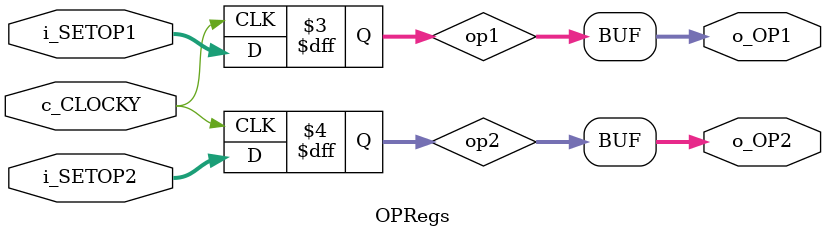
<source format=v>

module OPRegs(
    input c_CLOCKY,
    input [15:0] i_SETOP1,
    input [15:0] i_SETOP2,
    output wire [15:0] o_OP1,
    output wire [15:0] o_OP2
);

reg [15:0] op1;
reg [15:0] op2;

initial begin
    op1 = 0;
    op2 = 0;
end

assign o_OP1 = op1;
assign o_OP2 = op2;

always @(negedge c_CLOCKY) begin
    op1 <= i_SETOP1;
    op2 <= i_SETOP2;
end

endmodule

</source>
